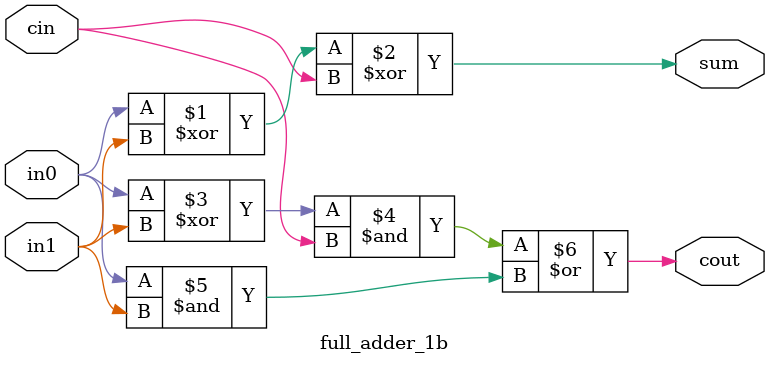
<source format=v>
module full_adder_1b(in0,in1,cin,sum,cout);
input wire in0,in1,cin;
output wire sum,cout;

assign sum = in0 ^ in1 ^ cin;
assign cout = ((in0 ^ in1) & cin) | (in0 & in1);

endmodule
</source>
